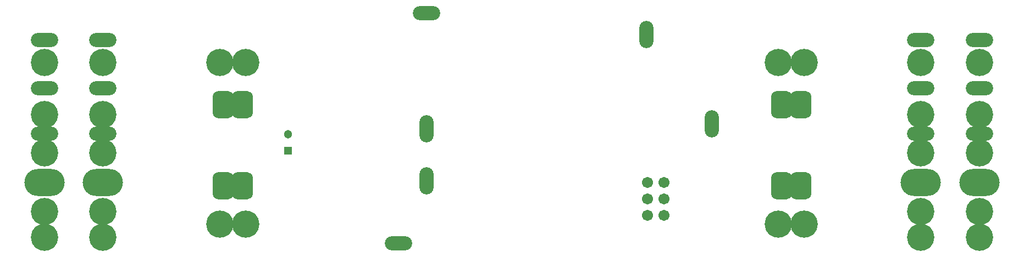
<source format=gbr>
%TF.GenerationSoftware,Altium Limited,Altium Designer,21.7.2 (23)*%
G04 Layer_Color=16711935*
%FSLAX25Y25*%
%MOIN*%
%TF.SameCoordinates,95A22525-32A0-4EEE-A0C0-36F8BD1EB9D1*%
%TF.FilePolarity,Negative*%
%TF.FileFunction,Soldermask,Bot*%
%TF.Part,Single*%
G01*
G75*
%TA.AperFunction,ViaPad*%
%ADD60O,0.08674X0.16548*%
%ADD61O,0.16548X0.08674*%
%TA.AperFunction,ComponentPad*%
%ADD62C,0.06706*%
%ADD63R,0.05131X0.05131*%
%ADD64C,0.05131*%
%TA.AperFunction,ViaPad*%
%ADD65C,0.16548*%
G04:AMPARAMS|DCode=66|XSize=165.48mil|YSize=126.11mil|CornerRadius=33.53mil|HoleSize=0mil|Usage=FLASHONLY|Rotation=90.000|XOffset=0mil|YOffset=0mil|HoleType=Round|Shape=RoundedRectangle|*
%AMROUNDEDRECTD66*
21,1,0.16548,0.05906,0,0,90.0*
21,1,0.09843,0.12611,0,0,90.0*
1,1,0.06706,0.02953,0.04921*
1,1,0.06706,0.02953,-0.04921*
1,1,0.06706,-0.02953,-0.04921*
1,1,0.06706,-0.02953,0.04921*
%
%ADD66ROUNDEDRECTD66*%
%ADD67O,0.24422X0.16548*%
D60*
X376969Y135039D02*
D03*
X243406Y46260D02*
D03*
X416339Y80709D02*
D03*
X243504Y77658D02*
D03*
D61*
X243602Y148228D02*
D03*
X226575Y8071D02*
D03*
X578740Y74803D02*
D03*
X543307D02*
D03*
X578740Y102362D02*
D03*
X543307D02*
D03*
X578740Y131890D02*
D03*
X543307D02*
D03*
X11811Y74803D02*
D03*
X47244D02*
D03*
Y102362D02*
D03*
X11811D02*
D03*
X47244Y131890D02*
D03*
X11811D02*
D03*
D62*
X377402Y45138D02*
D03*
X387402D02*
D03*
X377402Y35138D02*
D03*
X387402D02*
D03*
X377402Y25138D02*
D03*
X387402D02*
D03*
D63*
X159449Y64567D02*
D03*
D64*
Y74410D02*
D03*
D65*
X578740Y118110D02*
D03*
X543307D02*
D03*
X11811D02*
D03*
X47244D02*
D03*
X578740Y86614D02*
D03*
X543307D02*
D03*
X578740Y62992D02*
D03*
X543307D02*
D03*
X118110Y19685D02*
D03*
X543307Y27559D02*
D03*
X578740D02*
D03*
X543307Y11811D02*
D03*
X578740D02*
D03*
X47244Y27559D02*
D03*
X11811D02*
D03*
X47244Y86614D02*
D03*
X11811D02*
D03*
Y62992D02*
D03*
X47244D02*
D03*
Y11811D02*
D03*
X11811D02*
D03*
X456693Y19685D02*
D03*
Y118110D02*
D03*
X472441Y19685D02*
D03*
Y118110D02*
D03*
X133858Y19685D02*
D03*
Y118110D02*
D03*
X118110D02*
D03*
D66*
X470472Y92520D02*
D03*
X458661D02*
D03*
X131890D02*
D03*
X120079D02*
D03*
X470472Y43307D02*
D03*
X458661D02*
D03*
X131890D02*
D03*
X120079D02*
D03*
D67*
X578740Y45276D02*
D03*
X543307D02*
D03*
X11811D02*
D03*
X47244D02*
D03*
%TF.MD5,a0ee57944e058be192b8f663039b905b*%
M02*

</source>
